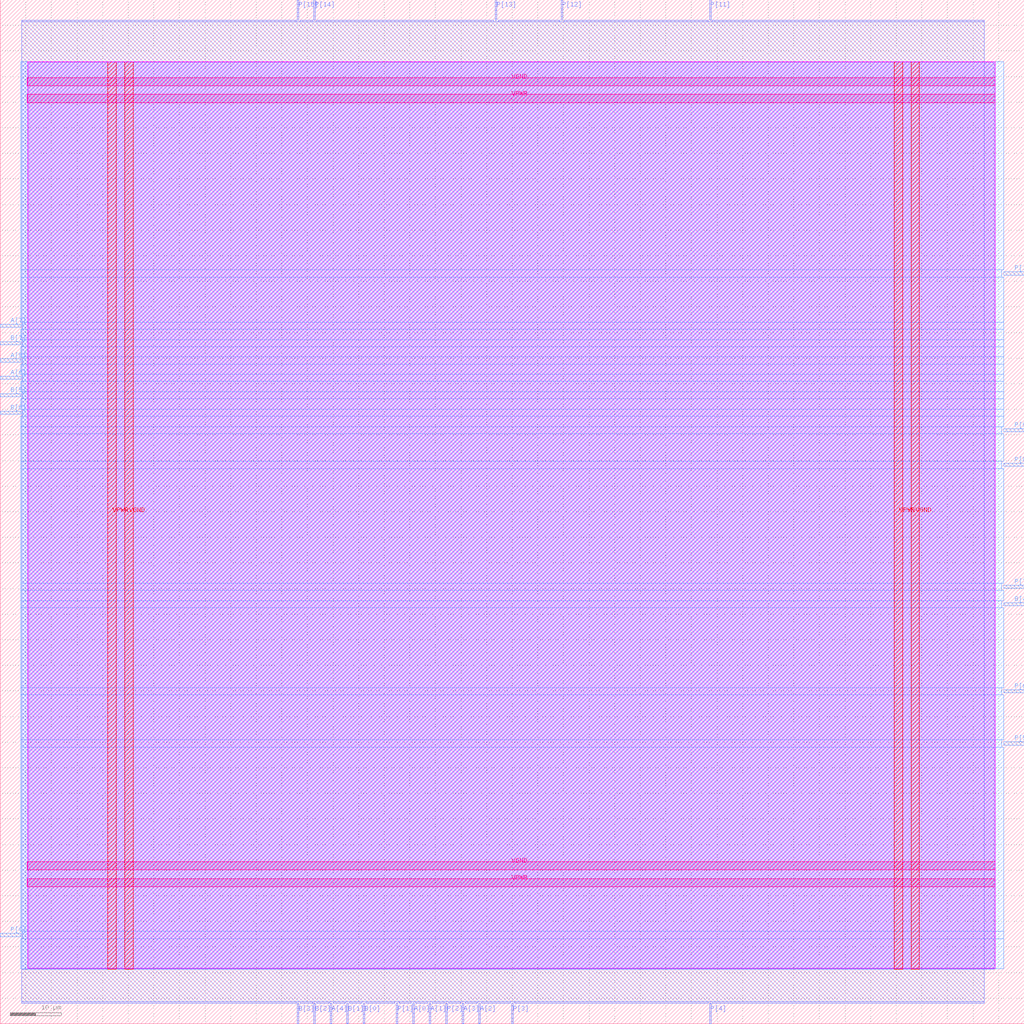
<source format=lef>
VERSION 5.7 ;
  NOWIREEXTENSIONATPIN ON ;
  DIVIDERCHAR "/" ;
  BUSBITCHARS "[]" ;
MACRO mult8_2bits_2op_e2468
  CLASS BLOCK ;
  FOREIGN mult8_2bits_2op_e2468 ;
  ORIGIN 0.000 0.000 ;
  SIZE 200.000 BY 200.000 ;
  PIN A[0]
    DIRECTION INPUT ;
    USE SIGNAL ;
    ANTENNAGATEAREA 0.495000 ;
    PORT
      LAYER met2 ;
        RECT 80.590 0.000 80.870 4.000 ;
    END
  END A[0]
  PIN A[1]
    DIRECTION INPUT ;
    USE SIGNAL ;
    ANTENNAGATEAREA 0.213000 ;
    PORT
      LAYER met2 ;
        RECT 83.810 0.000 84.090 4.000 ;
    END
  END A[1]
  PIN A[2]
    DIRECTION INPUT ;
    USE SIGNAL ;
    ANTENNAGATEAREA 0.495000 ;
    PORT
      LAYER met2 ;
        RECT 93.470 0.000 93.750 4.000 ;
    END
  END A[2]
  PIN A[3]
    DIRECTION INPUT ;
    USE SIGNAL ;
    ANTENNAGATEAREA 0.247500 ;
    PORT
      LAYER met2 ;
        RECT 90.250 0.000 90.530 4.000 ;
    END
  END A[3]
  PIN A[4]
    DIRECTION INPUT ;
    USE SIGNAL ;
    ANTENNAGATEAREA 0.213000 ;
    PORT
      LAYER met2 ;
        RECT 64.490 0.000 64.770 4.000 ;
    END
  END A[4]
  PIN A[5]
    DIRECTION INPUT ;
    USE SIGNAL ;
    ANTENNAGATEAREA 0.126000 ;
    PORT
      LAYER met3 ;
        RECT 0.000 129.240 4.000 129.840 ;
    END
  END A[5]
  PIN A[6]
    DIRECTION INPUT ;
    USE SIGNAL ;
    ANTENNAGATEAREA 0.196500 ;
    PORT
      LAYER met3 ;
        RECT 0.000 125.840 4.000 126.440 ;
    END
  END A[6]
  PIN A[7]
    DIRECTION INPUT ;
    USE SIGNAL ;
    ANTENNAGATEAREA 0.196500 ;
    PORT
      LAYER met3 ;
        RECT 0.000 136.040 4.000 136.640 ;
    END
  END A[7]
  PIN B[0]
    DIRECTION INPUT ;
    USE SIGNAL ;
    ANTENNAGATEAREA 0.213000 ;
    PORT
      LAYER met2 ;
        RECT 70.930 0.000 71.210 4.000 ;
    END
  END B[0]
  PIN B[1]
    DIRECTION INPUT ;
    USE SIGNAL ;
    ANTENNAGATEAREA 0.196500 ;
    PORT
      LAYER met2 ;
        RECT 67.710 0.000 67.990 4.000 ;
    END
  END B[1]
  PIN B[2]
    DIRECTION INPUT ;
    USE SIGNAL ;
    ANTENNAGATEAREA 0.247500 ;
    PORT
      LAYER met2 ;
        RECT 61.270 0.000 61.550 4.000 ;
    END
  END B[2]
  PIN B[3]
    DIRECTION INPUT ;
    USE SIGNAL ;
    ANTENNAGATEAREA 0.495000 ;
    PORT
      LAYER met2 ;
        RECT 58.050 0.000 58.330 4.000 ;
    END
  END B[3]
  PIN B[4]
    DIRECTION INPUT ;
    USE SIGNAL ;
    ANTENNAGATEAREA 0.213000 ;
    PORT
      LAYER met3 ;
        RECT 196.000 81.640 200.000 82.240 ;
    END
  END B[4]
  PIN B[5]
    DIRECTION INPUT ;
    USE SIGNAL ;
    ANTENNAGATEAREA 0.196500 ;
    PORT
      LAYER met3 ;
        RECT 0.000 122.440 4.000 123.040 ;
    END
  END B[5]
  PIN B[6]
    DIRECTION INPUT ;
    USE SIGNAL ;
    ANTENNAGATEAREA 0.213000 ;
    PORT
      LAYER met3 ;
        RECT 0.000 119.040 4.000 119.640 ;
    END
  END B[6]
  PIN B[7]
    DIRECTION INPUT ;
    USE SIGNAL ;
    ANTENNAGATEAREA 0.196500 ;
    PORT
      LAYER met3 ;
        RECT 0.000 132.640 4.000 133.240 ;
    END
  END B[7]
  PIN P[0]
    DIRECTION OUTPUT ;
    USE SIGNAL ;
    PORT
      LAYER met3 ;
        RECT 0.000 17.040 4.000 17.640 ;
    END
  END P[0]
  PIN P[10]
    DIRECTION OUTPUT ;
    USE SIGNAL ;
    ANTENNADIFFAREA 1.336500 ;
    PORT
      LAYER met3 ;
        RECT 196.000 146.240 200.000 146.840 ;
    END
  END P[10]
  PIN P[11]
    DIRECTION OUTPUT ;
    USE SIGNAL ;
    ANTENNADIFFAREA 1.336500 ;
    PORT
      LAYER met2 ;
        RECT 138.550 196.000 138.830 200.000 ;
    END
  END P[11]
  PIN P[12]
    DIRECTION OUTPUT ;
    USE SIGNAL ;
    ANTENNADIFFAREA 1.336500 ;
    PORT
      LAYER met2 ;
        RECT 109.570 196.000 109.850 200.000 ;
    END
  END P[12]
  PIN P[13]
    DIRECTION OUTPUT ;
    USE SIGNAL ;
    ANTENNADIFFAREA 0.891000 ;
    PORT
      LAYER met2 ;
        RECT 96.690 196.000 96.970 200.000 ;
    END
  END P[13]
  PIN P[14]
    DIRECTION OUTPUT ;
    USE SIGNAL ;
    ANTENNADIFFAREA 1.336500 ;
    PORT
      LAYER met2 ;
        RECT 61.270 196.000 61.550 200.000 ;
    END
  END P[14]
  PIN P[15]
    DIRECTION OUTPUT ;
    USE SIGNAL ;
    ANTENNADIFFAREA 1.336500 ;
    PORT
      LAYER met2 ;
        RECT 58.050 196.000 58.330 200.000 ;
    END
  END P[15]
  PIN P[1]
    DIRECTION OUTPUT ;
    USE SIGNAL ;
    ANTENNADIFFAREA 0.445500 ;
    PORT
      LAYER met2 ;
        RECT 77.370 0.000 77.650 4.000 ;
    END
  END P[1]
  PIN P[2]
    DIRECTION OUTPUT ;
    USE SIGNAL ;
    ANTENNADIFFAREA 0.445500 ;
    PORT
      LAYER met2 ;
        RECT 87.030 0.000 87.310 4.000 ;
    END
  END P[2]
  PIN P[3]
    DIRECTION OUTPUT ;
    USE SIGNAL ;
    ANTENNADIFFAREA 0.445500 ;
    PORT
      LAYER met2 ;
        RECT 99.910 0.000 100.190 4.000 ;
    END
  END P[3]
  PIN P[4]
    DIRECTION OUTPUT ;
    USE SIGNAL ;
    ANTENNADIFFAREA 0.445500 ;
    PORT
      LAYER met2 ;
        RECT 138.550 0.000 138.830 4.000 ;
    END
  END P[4]
  PIN P[5]
    DIRECTION OUTPUT ;
    USE SIGNAL ;
    ANTENNADIFFAREA 0.445500 ;
    PORT
      LAYER met3 ;
        RECT 196.000 54.440 200.000 55.040 ;
    END
  END P[5]
  PIN P[6]
    DIRECTION OUTPUT ;
    USE SIGNAL ;
    ANTENNADIFFAREA 1.336500 ;
    PORT
      LAYER met3 ;
        RECT 196.000 64.640 200.000 65.240 ;
    END
  END P[6]
  PIN P[7]
    DIRECTION OUTPUT ;
    USE SIGNAL ;
    ANTENNADIFFAREA 0.891000 ;
    PORT
      LAYER met3 ;
        RECT 196.000 85.040 200.000 85.640 ;
    END
  END P[7]
  PIN P[8]
    DIRECTION OUTPUT ;
    USE SIGNAL ;
    ANTENNADIFFAREA 0.891000 ;
    PORT
      LAYER met3 ;
        RECT 196.000 108.840 200.000 109.440 ;
    END
  END P[8]
  PIN P[9]
    DIRECTION OUTPUT ;
    USE SIGNAL ;
    ANTENNADIFFAREA 0.891000 ;
    PORT
      LAYER met3 ;
        RECT 196.000 115.640 200.000 116.240 ;
    END
  END P[9]
  PIN VGND
    DIRECTION INOUT ;
    USE GROUND ;
    PORT
      LAYER met4 ;
        RECT 24.340 10.640 25.940 187.920 ;
    END
    PORT
      LAYER met4 ;
        RECT 177.940 10.640 179.540 187.920 ;
    END
    PORT
      LAYER met5 ;
        RECT 5.280 30.030 194.360 31.630 ;
    END
    PORT
      LAYER met5 ;
        RECT 5.280 183.210 194.360 184.810 ;
    END
  END VGND
  PIN VPWR
    DIRECTION INOUT ;
    USE POWER ;
    PORT
      LAYER met4 ;
        RECT 21.040 10.640 22.640 187.920 ;
    END
    PORT
      LAYER met4 ;
        RECT 174.640 10.640 176.240 187.920 ;
    END
    PORT
      LAYER met5 ;
        RECT 5.280 26.730 194.360 28.330 ;
    END
    PORT
      LAYER met5 ;
        RECT 5.280 179.910 194.360 181.510 ;
    END
  END VPWR
  OBS
      LAYER nwell ;
        RECT 5.330 10.795 194.310 187.870 ;
      LAYER li1 ;
        RECT 5.520 10.795 194.120 187.765 ;
      LAYER met1 ;
        RECT 4.210 10.640 194.120 187.920 ;
      LAYER met2 ;
        RECT 4.230 195.720 57.770 196.000 ;
        RECT 58.610 195.720 60.990 196.000 ;
        RECT 61.830 195.720 96.410 196.000 ;
        RECT 97.250 195.720 109.290 196.000 ;
        RECT 110.130 195.720 138.270 196.000 ;
        RECT 139.110 195.720 192.190 196.000 ;
        RECT 4.230 4.280 192.190 195.720 ;
        RECT 4.230 4.000 57.770 4.280 ;
        RECT 58.610 4.000 60.990 4.280 ;
        RECT 61.830 4.000 64.210 4.280 ;
        RECT 65.050 4.000 67.430 4.280 ;
        RECT 68.270 4.000 70.650 4.280 ;
        RECT 71.490 4.000 77.090 4.280 ;
        RECT 77.930 4.000 80.310 4.280 ;
        RECT 81.150 4.000 83.530 4.280 ;
        RECT 84.370 4.000 86.750 4.280 ;
        RECT 87.590 4.000 89.970 4.280 ;
        RECT 90.810 4.000 93.190 4.280 ;
        RECT 94.030 4.000 99.630 4.280 ;
        RECT 100.470 4.000 138.270 4.280 ;
        RECT 139.110 4.000 192.190 4.280 ;
      LAYER met3 ;
        RECT 3.990 147.240 196.000 187.845 ;
        RECT 3.990 145.840 195.600 147.240 ;
        RECT 3.990 137.040 196.000 145.840 ;
        RECT 4.400 135.640 196.000 137.040 ;
        RECT 3.990 133.640 196.000 135.640 ;
        RECT 4.400 132.240 196.000 133.640 ;
        RECT 3.990 130.240 196.000 132.240 ;
        RECT 4.400 128.840 196.000 130.240 ;
        RECT 3.990 126.840 196.000 128.840 ;
        RECT 4.400 125.440 196.000 126.840 ;
        RECT 3.990 123.440 196.000 125.440 ;
        RECT 4.400 122.040 196.000 123.440 ;
        RECT 3.990 120.040 196.000 122.040 ;
        RECT 4.400 118.640 196.000 120.040 ;
        RECT 3.990 116.640 196.000 118.640 ;
        RECT 3.990 115.240 195.600 116.640 ;
        RECT 3.990 109.840 196.000 115.240 ;
        RECT 3.990 108.440 195.600 109.840 ;
        RECT 3.990 86.040 196.000 108.440 ;
        RECT 3.990 84.640 195.600 86.040 ;
        RECT 3.990 82.640 196.000 84.640 ;
        RECT 3.990 81.240 195.600 82.640 ;
        RECT 3.990 65.640 196.000 81.240 ;
        RECT 3.990 64.240 195.600 65.640 ;
        RECT 3.990 55.440 196.000 64.240 ;
        RECT 3.990 54.040 195.600 55.440 ;
        RECT 3.990 18.040 196.000 54.040 ;
        RECT 4.400 16.640 196.000 18.040 ;
        RECT 3.990 10.715 196.000 16.640 ;
  END
END mult8_2bits_2op_e2468
END LIBRARY


</source>
